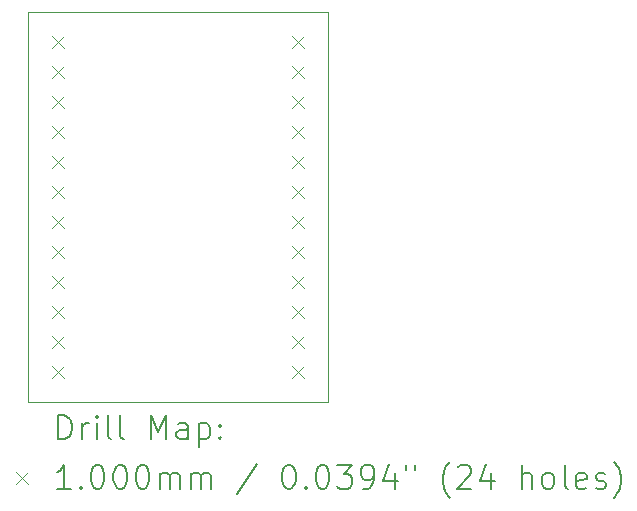
<source format=gbr>
%TF.GenerationSoftware,KiCad,Pcbnew,8.0.1-8.0.1-1~ubuntu22.04.1*%
%TF.CreationDate,2024-04-25T02:13:17+01:00*%
%TF.ProjectId,VQFN_breakout,5651464e-5f62-4726-9561-6b6f75742e6b,rev?*%
%TF.SameCoordinates,Original*%
%TF.FileFunction,Drillmap*%
%TF.FilePolarity,Positive*%
%FSLAX45Y45*%
G04 Gerber Fmt 4.5, Leading zero omitted, Abs format (unit mm)*
G04 Created by KiCad (PCBNEW 8.0.1-8.0.1-1~ubuntu22.04.1) date 2024-04-25 02:13:17*
%MOMM*%
%LPD*%
G01*
G04 APERTURE LIST*
%ADD10C,0.050000*%
%ADD11C,0.200000*%
%ADD12C,0.100000*%
G04 APERTURE END LIST*
D10*
X12446000Y-10160000D02*
X14986000Y-10160000D01*
X14986000Y-13462000D01*
X12446000Y-13462000D01*
X12446000Y-10160000D01*
D11*
D12*
X12650000Y-10364000D02*
X12750000Y-10464000D01*
X12750000Y-10364000D02*
X12650000Y-10464000D01*
X12650000Y-10618000D02*
X12750000Y-10718000D01*
X12750000Y-10618000D02*
X12650000Y-10718000D01*
X12650000Y-10872000D02*
X12750000Y-10972000D01*
X12750000Y-10872000D02*
X12650000Y-10972000D01*
X12650000Y-11126000D02*
X12750000Y-11226000D01*
X12750000Y-11126000D02*
X12650000Y-11226000D01*
X12650000Y-11380000D02*
X12750000Y-11480000D01*
X12750000Y-11380000D02*
X12650000Y-11480000D01*
X12650000Y-11634000D02*
X12750000Y-11734000D01*
X12750000Y-11634000D02*
X12650000Y-11734000D01*
X12650000Y-11888000D02*
X12750000Y-11988000D01*
X12750000Y-11888000D02*
X12650000Y-11988000D01*
X12650000Y-12142000D02*
X12750000Y-12242000D01*
X12750000Y-12142000D02*
X12650000Y-12242000D01*
X12650000Y-12396000D02*
X12750000Y-12496000D01*
X12750000Y-12396000D02*
X12650000Y-12496000D01*
X12650000Y-12650000D02*
X12750000Y-12750000D01*
X12750000Y-12650000D02*
X12650000Y-12750000D01*
X12650000Y-12904000D02*
X12750000Y-13004000D01*
X12750000Y-12904000D02*
X12650000Y-13004000D01*
X12650000Y-13158000D02*
X12750000Y-13258000D01*
X12750000Y-13158000D02*
X12650000Y-13258000D01*
X14682000Y-10364000D02*
X14782000Y-10464000D01*
X14782000Y-10364000D02*
X14682000Y-10464000D01*
X14682000Y-10618000D02*
X14782000Y-10718000D01*
X14782000Y-10618000D02*
X14682000Y-10718000D01*
X14682000Y-10872000D02*
X14782000Y-10972000D01*
X14782000Y-10872000D02*
X14682000Y-10972000D01*
X14682000Y-11126000D02*
X14782000Y-11226000D01*
X14782000Y-11126000D02*
X14682000Y-11226000D01*
X14682000Y-11380000D02*
X14782000Y-11480000D01*
X14782000Y-11380000D02*
X14682000Y-11480000D01*
X14682000Y-11634000D02*
X14782000Y-11734000D01*
X14782000Y-11634000D02*
X14682000Y-11734000D01*
X14682000Y-11888000D02*
X14782000Y-11988000D01*
X14782000Y-11888000D02*
X14682000Y-11988000D01*
X14682000Y-12142000D02*
X14782000Y-12242000D01*
X14782000Y-12142000D02*
X14682000Y-12242000D01*
X14682000Y-12396000D02*
X14782000Y-12496000D01*
X14782000Y-12396000D02*
X14682000Y-12496000D01*
X14682000Y-12650000D02*
X14782000Y-12750000D01*
X14782000Y-12650000D02*
X14682000Y-12750000D01*
X14682000Y-12904000D02*
X14782000Y-13004000D01*
X14782000Y-12904000D02*
X14682000Y-13004000D01*
X14682000Y-13158000D02*
X14782000Y-13258000D01*
X14782000Y-13158000D02*
X14682000Y-13258000D01*
D11*
X12704277Y-13775984D02*
X12704277Y-13575984D01*
X12704277Y-13575984D02*
X12751896Y-13575984D01*
X12751896Y-13575984D02*
X12780467Y-13585508D01*
X12780467Y-13585508D02*
X12799515Y-13604555D01*
X12799515Y-13604555D02*
X12809039Y-13623603D01*
X12809039Y-13623603D02*
X12818562Y-13661698D01*
X12818562Y-13661698D02*
X12818562Y-13690269D01*
X12818562Y-13690269D02*
X12809039Y-13728365D01*
X12809039Y-13728365D02*
X12799515Y-13747412D01*
X12799515Y-13747412D02*
X12780467Y-13766460D01*
X12780467Y-13766460D02*
X12751896Y-13775984D01*
X12751896Y-13775984D02*
X12704277Y-13775984D01*
X12904277Y-13775984D02*
X12904277Y-13642650D01*
X12904277Y-13680746D02*
X12913801Y-13661698D01*
X12913801Y-13661698D02*
X12923324Y-13652174D01*
X12923324Y-13652174D02*
X12942372Y-13642650D01*
X12942372Y-13642650D02*
X12961420Y-13642650D01*
X13028086Y-13775984D02*
X13028086Y-13642650D01*
X13028086Y-13575984D02*
X13018562Y-13585508D01*
X13018562Y-13585508D02*
X13028086Y-13595031D01*
X13028086Y-13595031D02*
X13037610Y-13585508D01*
X13037610Y-13585508D02*
X13028086Y-13575984D01*
X13028086Y-13575984D02*
X13028086Y-13595031D01*
X13151896Y-13775984D02*
X13132848Y-13766460D01*
X13132848Y-13766460D02*
X13123324Y-13747412D01*
X13123324Y-13747412D02*
X13123324Y-13575984D01*
X13256658Y-13775984D02*
X13237610Y-13766460D01*
X13237610Y-13766460D02*
X13228086Y-13747412D01*
X13228086Y-13747412D02*
X13228086Y-13575984D01*
X13485229Y-13775984D02*
X13485229Y-13575984D01*
X13485229Y-13575984D02*
X13551896Y-13718841D01*
X13551896Y-13718841D02*
X13618562Y-13575984D01*
X13618562Y-13575984D02*
X13618562Y-13775984D01*
X13799515Y-13775984D02*
X13799515Y-13671222D01*
X13799515Y-13671222D02*
X13789991Y-13652174D01*
X13789991Y-13652174D02*
X13770943Y-13642650D01*
X13770943Y-13642650D02*
X13732848Y-13642650D01*
X13732848Y-13642650D02*
X13713801Y-13652174D01*
X13799515Y-13766460D02*
X13780467Y-13775984D01*
X13780467Y-13775984D02*
X13732848Y-13775984D01*
X13732848Y-13775984D02*
X13713801Y-13766460D01*
X13713801Y-13766460D02*
X13704277Y-13747412D01*
X13704277Y-13747412D02*
X13704277Y-13728365D01*
X13704277Y-13728365D02*
X13713801Y-13709317D01*
X13713801Y-13709317D02*
X13732848Y-13699793D01*
X13732848Y-13699793D02*
X13780467Y-13699793D01*
X13780467Y-13699793D02*
X13799515Y-13690269D01*
X13894753Y-13642650D02*
X13894753Y-13842650D01*
X13894753Y-13652174D02*
X13913801Y-13642650D01*
X13913801Y-13642650D02*
X13951896Y-13642650D01*
X13951896Y-13642650D02*
X13970943Y-13652174D01*
X13970943Y-13652174D02*
X13980467Y-13661698D01*
X13980467Y-13661698D02*
X13989991Y-13680746D01*
X13989991Y-13680746D02*
X13989991Y-13737888D01*
X13989991Y-13737888D02*
X13980467Y-13756936D01*
X13980467Y-13756936D02*
X13970943Y-13766460D01*
X13970943Y-13766460D02*
X13951896Y-13775984D01*
X13951896Y-13775984D02*
X13913801Y-13775984D01*
X13913801Y-13775984D02*
X13894753Y-13766460D01*
X14075705Y-13756936D02*
X14085229Y-13766460D01*
X14085229Y-13766460D02*
X14075705Y-13775984D01*
X14075705Y-13775984D02*
X14066182Y-13766460D01*
X14066182Y-13766460D02*
X14075705Y-13756936D01*
X14075705Y-13756936D02*
X14075705Y-13775984D01*
X14075705Y-13652174D02*
X14085229Y-13661698D01*
X14085229Y-13661698D02*
X14075705Y-13671222D01*
X14075705Y-13671222D02*
X14066182Y-13661698D01*
X14066182Y-13661698D02*
X14075705Y-13652174D01*
X14075705Y-13652174D02*
X14075705Y-13671222D01*
D12*
X12343500Y-14054500D02*
X12443500Y-14154500D01*
X12443500Y-14054500D02*
X12343500Y-14154500D01*
D11*
X12809039Y-14195984D02*
X12694753Y-14195984D01*
X12751896Y-14195984D02*
X12751896Y-13995984D01*
X12751896Y-13995984D02*
X12732848Y-14024555D01*
X12732848Y-14024555D02*
X12713801Y-14043603D01*
X12713801Y-14043603D02*
X12694753Y-14053127D01*
X12894753Y-14176936D02*
X12904277Y-14186460D01*
X12904277Y-14186460D02*
X12894753Y-14195984D01*
X12894753Y-14195984D02*
X12885229Y-14186460D01*
X12885229Y-14186460D02*
X12894753Y-14176936D01*
X12894753Y-14176936D02*
X12894753Y-14195984D01*
X13028086Y-13995984D02*
X13047134Y-13995984D01*
X13047134Y-13995984D02*
X13066182Y-14005508D01*
X13066182Y-14005508D02*
X13075705Y-14015031D01*
X13075705Y-14015031D02*
X13085229Y-14034079D01*
X13085229Y-14034079D02*
X13094753Y-14072174D01*
X13094753Y-14072174D02*
X13094753Y-14119793D01*
X13094753Y-14119793D02*
X13085229Y-14157888D01*
X13085229Y-14157888D02*
X13075705Y-14176936D01*
X13075705Y-14176936D02*
X13066182Y-14186460D01*
X13066182Y-14186460D02*
X13047134Y-14195984D01*
X13047134Y-14195984D02*
X13028086Y-14195984D01*
X13028086Y-14195984D02*
X13009039Y-14186460D01*
X13009039Y-14186460D02*
X12999515Y-14176936D01*
X12999515Y-14176936D02*
X12989991Y-14157888D01*
X12989991Y-14157888D02*
X12980467Y-14119793D01*
X12980467Y-14119793D02*
X12980467Y-14072174D01*
X12980467Y-14072174D02*
X12989991Y-14034079D01*
X12989991Y-14034079D02*
X12999515Y-14015031D01*
X12999515Y-14015031D02*
X13009039Y-14005508D01*
X13009039Y-14005508D02*
X13028086Y-13995984D01*
X13218562Y-13995984D02*
X13237610Y-13995984D01*
X13237610Y-13995984D02*
X13256658Y-14005508D01*
X13256658Y-14005508D02*
X13266182Y-14015031D01*
X13266182Y-14015031D02*
X13275705Y-14034079D01*
X13275705Y-14034079D02*
X13285229Y-14072174D01*
X13285229Y-14072174D02*
X13285229Y-14119793D01*
X13285229Y-14119793D02*
X13275705Y-14157888D01*
X13275705Y-14157888D02*
X13266182Y-14176936D01*
X13266182Y-14176936D02*
X13256658Y-14186460D01*
X13256658Y-14186460D02*
X13237610Y-14195984D01*
X13237610Y-14195984D02*
X13218562Y-14195984D01*
X13218562Y-14195984D02*
X13199515Y-14186460D01*
X13199515Y-14186460D02*
X13189991Y-14176936D01*
X13189991Y-14176936D02*
X13180467Y-14157888D01*
X13180467Y-14157888D02*
X13170943Y-14119793D01*
X13170943Y-14119793D02*
X13170943Y-14072174D01*
X13170943Y-14072174D02*
X13180467Y-14034079D01*
X13180467Y-14034079D02*
X13189991Y-14015031D01*
X13189991Y-14015031D02*
X13199515Y-14005508D01*
X13199515Y-14005508D02*
X13218562Y-13995984D01*
X13409039Y-13995984D02*
X13428086Y-13995984D01*
X13428086Y-13995984D02*
X13447134Y-14005508D01*
X13447134Y-14005508D02*
X13456658Y-14015031D01*
X13456658Y-14015031D02*
X13466182Y-14034079D01*
X13466182Y-14034079D02*
X13475705Y-14072174D01*
X13475705Y-14072174D02*
X13475705Y-14119793D01*
X13475705Y-14119793D02*
X13466182Y-14157888D01*
X13466182Y-14157888D02*
X13456658Y-14176936D01*
X13456658Y-14176936D02*
X13447134Y-14186460D01*
X13447134Y-14186460D02*
X13428086Y-14195984D01*
X13428086Y-14195984D02*
X13409039Y-14195984D01*
X13409039Y-14195984D02*
X13389991Y-14186460D01*
X13389991Y-14186460D02*
X13380467Y-14176936D01*
X13380467Y-14176936D02*
X13370943Y-14157888D01*
X13370943Y-14157888D02*
X13361420Y-14119793D01*
X13361420Y-14119793D02*
X13361420Y-14072174D01*
X13361420Y-14072174D02*
X13370943Y-14034079D01*
X13370943Y-14034079D02*
X13380467Y-14015031D01*
X13380467Y-14015031D02*
X13389991Y-14005508D01*
X13389991Y-14005508D02*
X13409039Y-13995984D01*
X13561420Y-14195984D02*
X13561420Y-14062650D01*
X13561420Y-14081698D02*
X13570943Y-14072174D01*
X13570943Y-14072174D02*
X13589991Y-14062650D01*
X13589991Y-14062650D02*
X13618563Y-14062650D01*
X13618563Y-14062650D02*
X13637610Y-14072174D01*
X13637610Y-14072174D02*
X13647134Y-14091222D01*
X13647134Y-14091222D02*
X13647134Y-14195984D01*
X13647134Y-14091222D02*
X13656658Y-14072174D01*
X13656658Y-14072174D02*
X13675705Y-14062650D01*
X13675705Y-14062650D02*
X13704277Y-14062650D01*
X13704277Y-14062650D02*
X13723324Y-14072174D01*
X13723324Y-14072174D02*
X13732848Y-14091222D01*
X13732848Y-14091222D02*
X13732848Y-14195984D01*
X13828086Y-14195984D02*
X13828086Y-14062650D01*
X13828086Y-14081698D02*
X13837610Y-14072174D01*
X13837610Y-14072174D02*
X13856658Y-14062650D01*
X13856658Y-14062650D02*
X13885229Y-14062650D01*
X13885229Y-14062650D02*
X13904277Y-14072174D01*
X13904277Y-14072174D02*
X13913801Y-14091222D01*
X13913801Y-14091222D02*
X13913801Y-14195984D01*
X13913801Y-14091222D02*
X13923324Y-14072174D01*
X13923324Y-14072174D02*
X13942372Y-14062650D01*
X13942372Y-14062650D02*
X13970943Y-14062650D01*
X13970943Y-14062650D02*
X13989991Y-14072174D01*
X13989991Y-14072174D02*
X13999515Y-14091222D01*
X13999515Y-14091222D02*
X13999515Y-14195984D01*
X14389991Y-13986460D02*
X14218563Y-14243603D01*
X14647134Y-13995984D02*
X14666182Y-13995984D01*
X14666182Y-13995984D02*
X14685229Y-14005508D01*
X14685229Y-14005508D02*
X14694753Y-14015031D01*
X14694753Y-14015031D02*
X14704277Y-14034079D01*
X14704277Y-14034079D02*
X14713801Y-14072174D01*
X14713801Y-14072174D02*
X14713801Y-14119793D01*
X14713801Y-14119793D02*
X14704277Y-14157888D01*
X14704277Y-14157888D02*
X14694753Y-14176936D01*
X14694753Y-14176936D02*
X14685229Y-14186460D01*
X14685229Y-14186460D02*
X14666182Y-14195984D01*
X14666182Y-14195984D02*
X14647134Y-14195984D01*
X14647134Y-14195984D02*
X14628086Y-14186460D01*
X14628086Y-14186460D02*
X14618563Y-14176936D01*
X14618563Y-14176936D02*
X14609039Y-14157888D01*
X14609039Y-14157888D02*
X14599515Y-14119793D01*
X14599515Y-14119793D02*
X14599515Y-14072174D01*
X14599515Y-14072174D02*
X14609039Y-14034079D01*
X14609039Y-14034079D02*
X14618563Y-14015031D01*
X14618563Y-14015031D02*
X14628086Y-14005508D01*
X14628086Y-14005508D02*
X14647134Y-13995984D01*
X14799515Y-14176936D02*
X14809039Y-14186460D01*
X14809039Y-14186460D02*
X14799515Y-14195984D01*
X14799515Y-14195984D02*
X14789991Y-14186460D01*
X14789991Y-14186460D02*
X14799515Y-14176936D01*
X14799515Y-14176936D02*
X14799515Y-14195984D01*
X14932848Y-13995984D02*
X14951896Y-13995984D01*
X14951896Y-13995984D02*
X14970944Y-14005508D01*
X14970944Y-14005508D02*
X14980467Y-14015031D01*
X14980467Y-14015031D02*
X14989991Y-14034079D01*
X14989991Y-14034079D02*
X14999515Y-14072174D01*
X14999515Y-14072174D02*
X14999515Y-14119793D01*
X14999515Y-14119793D02*
X14989991Y-14157888D01*
X14989991Y-14157888D02*
X14980467Y-14176936D01*
X14980467Y-14176936D02*
X14970944Y-14186460D01*
X14970944Y-14186460D02*
X14951896Y-14195984D01*
X14951896Y-14195984D02*
X14932848Y-14195984D01*
X14932848Y-14195984D02*
X14913801Y-14186460D01*
X14913801Y-14186460D02*
X14904277Y-14176936D01*
X14904277Y-14176936D02*
X14894753Y-14157888D01*
X14894753Y-14157888D02*
X14885229Y-14119793D01*
X14885229Y-14119793D02*
X14885229Y-14072174D01*
X14885229Y-14072174D02*
X14894753Y-14034079D01*
X14894753Y-14034079D02*
X14904277Y-14015031D01*
X14904277Y-14015031D02*
X14913801Y-14005508D01*
X14913801Y-14005508D02*
X14932848Y-13995984D01*
X15066182Y-13995984D02*
X15189991Y-13995984D01*
X15189991Y-13995984D02*
X15123325Y-14072174D01*
X15123325Y-14072174D02*
X15151896Y-14072174D01*
X15151896Y-14072174D02*
X15170944Y-14081698D01*
X15170944Y-14081698D02*
X15180467Y-14091222D01*
X15180467Y-14091222D02*
X15189991Y-14110269D01*
X15189991Y-14110269D02*
X15189991Y-14157888D01*
X15189991Y-14157888D02*
X15180467Y-14176936D01*
X15180467Y-14176936D02*
X15170944Y-14186460D01*
X15170944Y-14186460D02*
X15151896Y-14195984D01*
X15151896Y-14195984D02*
X15094753Y-14195984D01*
X15094753Y-14195984D02*
X15075706Y-14186460D01*
X15075706Y-14186460D02*
X15066182Y-14176936D01*
X15285229Y-14195984D02*
X15323325Y-14195984D01*
X15323325Y-14195984D02*
X15342372Y-14186460D01*
X15342372Y-14186460D02*
X15351896Y-14176936D01*
X15351896Y-14176936D02*
X15370944Y-14148365D01*
X15370944Y-14148365D02*
X15380467Y-14110269D01*
X15380467Y-14110269D02*
X15380467Y-14034079D01*
X15380467Y-14034079D02*
X15370944Y-14015031D01*
X15370944Y-14015031D02*
X15361420Y-14005508D01*
X15361420Y-14005508D02*
X15342372Y-13995984D01*
X15342372Y-13995984D02*
X15304277Y-13995984D01*
X15304277Y-13995984D02*
X15285229Y-14005508D01*
X15285229Y-14005508D02*
X15275706Y-14015031D01*
X15275706Y-14015031D02*
X15266182Y-14034079D01*
X15266182Y-14034079D02*
X15266182Y-14081698D01*
X15266182Y-14081698D02*
X15275706Y-14100746D01*
X15275706Y-14100746D02*
X15285229Y-14110269D01*
X15285229Y-14110269D02*
X15304277Y-14119793D01*
X15304277Y-14119793D02*
X15342372Y-14119793D01*
X15342372Y-14119793D02*
X15361420Y-14110269D01*
X15361420Y-14110269D02*
X15370944Y-14100746D01*
X15370944Y-14100746D02*
X15380467Y-14081698D01*
X15551896Y-14062650D02*
X15551896Y-14195984D01*
X15504277Y-13986460D02*
X15456658Y-14129317D01*
X15456658Y-14129317D02*
X15580467Y-14129317D01*
X15647134Y-13995984D02*
X15647134Y-14034079D01*
X15723325Y-13995984D02*
X15723325Y-14034079D01*
X16018563Y-14272174D02*
X16009039Y-14262650D01*
X16009039Y-14262650D02*
X15989991Y-14234079D01*
X15989991Y-14234079D02*
X15980468Y-14215031D01*
X15980468Y-14215031D02*
X15970944Y-14186460D01*
X15970944Y-14186460D02*
X15961420Y-14138841D01*
X15961420Y-14138841D02*
X15961420Y-14100746D01*
X15961420Y-14100746D02*
X15970944Y-14053127D01*
X15970944Y-14053127D02*
X15980468Y-14024555D01*
X15980468Y-14024555D02*
X15989991Y-14005508D01*
X15989991Y-14005508D02*
X16009039Y-13976936D01*
X16009039Y-13976936D02*
X16018563Y-13967412D01*
X16085229Y-14015031D02*
X16094753Y-14005508D01*
X16094753Y-14005508D02*
X16113801Y-13995984D01*
X16113801Y-13995984D02*
X16161420Y-13995984D01*
X16161420Y-13995984D02*
X16180468Y-14005508D01*
X16180468Y-14005508D02*
X16189991Y-14015031D01*
X16189991Y-14015031D02*
X16199515Y-14034079D01*
X16199515Y-14034079D02*
X16199515Y-14053127D01*
X16199515Y-14053127D02*
X16189991Y-14081698D01*
X16189991Y-14081698D02*
X16075706Y-14195984D01*
X16075706Y-14195984D02*
X16199515Y-14195984D01*
X16370944Y-14062650D02*
X16370944Y-14195984D01*
X16323325Y-13986460D02*
X16275706Y-14129317D01*
X16275706Y-14129317D02*
X16399515Y-14129317D01*
X16628087Y-14195984D02*
X16628087Y-13995984D01*
X16713801Y-14195984D02*
X16713801Y-14091222D01*
X16713801Y-14091222D02*
X16704277Y-14072174D01*
X16704277Y-14072174D02*
X16685230Y-14062650D01*
X16685230Y-14062650D02*
X16656658Y-14062650D01*
X16656658Y-14062650D02*
X16637610Y-14072174D01*
X16637610Y-14072174D02*
X16628087Y-14081698D01*
X16837611Y-14195984D02*
X16818563Y-14186460D01*
X16818563Y-14186460D02*
X16809039Y-14176936D01*
X16809039Y-14176936D02*
X16799515Y-14157888D01*
X16799515Y-14157888D02*
X16799515Y-14100746D01*
X16799515Y-14100746D02*
X16809039Y-14081698D01*
X16809039Y-14081698D02*
X16818563Y-14072174D01*
X16818563Y-14072174D02*
X16837611Y-14062650D01*
X16837611Y-14062650D02*
X16866182Y-14062650D01*
X16866182Y-14062650D02*
X16885230Y-14072174D01*
X16885230Y-14072174D02*
X16894753Y-14081698D01*
X16894753Y-14081698D02*
X16904277Y-14100746D01*
X16904277Y-14100746D02*
X16904277Y-14157888D01*
X16904277Y-14157888D02*
X16894753Y-14176936D01*
X16894753Y-14176936D02*
X16885230Y-14186460D01*
X16885230Y-14186460D02*
X16866182Y-14195984D01*
X16866182Y-14195984D02*
X16837611Y-14195984D01*
X17018563Y-14195984D02*
X16999515Y-14186460D01*
X16999515Y-14186460D02*
X16989992Y-14167412D01*
X16989992Y-14167412D02*
X16989992Y-13995984D01*
X17170944Y-14186460D02*
X17151896Y-14195984D01*
X17151896Y-14195984D02*
X17113801Y-14195984D01*
X17113801Y-14195984D02*
X17094753Y-14186460D01*
X17094753Y-14186460D02*
X17085230Y-14167412D01*
X17085230Y-14167412D02*
X17085230Y-14091222D01*
X17085230Y-14091222D02*
X17094753Y-14072174D01*
X17094753Y-14072174D02*
X17113801Y-14062650D01*
X17113801Y-14062650D02*
X17151896Y-14062650D01*
X17151896Y-14062650D02*
X17170944Y-14072174D01*
X17170944Y-14072174D02*
X17180468Y-14091222D01*
X17180468Y-14091222D02*
X17180468Y-14110269D01*
X17180468Y-14110269D02*
X17085230Y-14129317D01*
X17256658Y-14186460D02*
X17275706Y-14195984D01*
X17275706Y-14195984D02*
X17313801Y-14195984D01*
X17313801Y-14195984D02*
X17332849Y-14186460D01*
X17332849Y-14186460D02*
X17342373Y-14167412D01*
X17342373Y-14167412D02*
X17342373Y-14157888D01*
X17342373Y-14157888D02*
X17332849Y-14138841D01*
X17332849Y-14138841D02*
X17313801Y-14129317D01*
X17313801Y-14129317D02*
X17285230Y-14129317D01*
X17285230Y-14129317D02*
X17266182Y-14119793D01*
X17266182Y-14119793D02*
X17256658Y-14100746D01*
X17256658Y-14100746D02*
X17256658Y-14091222D01*
X17256658Y-14091222D02*
X17266182Y-14072174D01*
X17266182Y-14072174D02*
X17285230Y-14062650D01*
X17285230Y-14062650D02*
X17313801Y-14062650D01*
X17313801Y-14062650D02*
X17332849Y-14072174D01*
X17409039Y-14272174D02*
X17418563Y-14262650D01*
X17418563Y-14262650D02*
X17437611Y-14234079D01*
X17437611Y-14234079D02*
X17447134Y-14215031D01*
X17447134Y-14215031D02*
X17456658Y-14186460D01*
X17456658Y-14186460D02*
X17466182Y-14138841D01*
X17466182Y-14138841D02*
X17466182Y-14100746D01*
X17466182Y-14100746D02*
X17456658Y-14053127D01*
X17456658Y-14053127D02*
X17447134Y-14024555D01*
X17447134Y-14024555D02*
X17437611Y-14005508D01*
X17437611Y-14005508D02*
X17418563Y-13976936D01*
X17418563Y-13976936D02*
X17409039Y-13967412D01*
M02*

</source>
